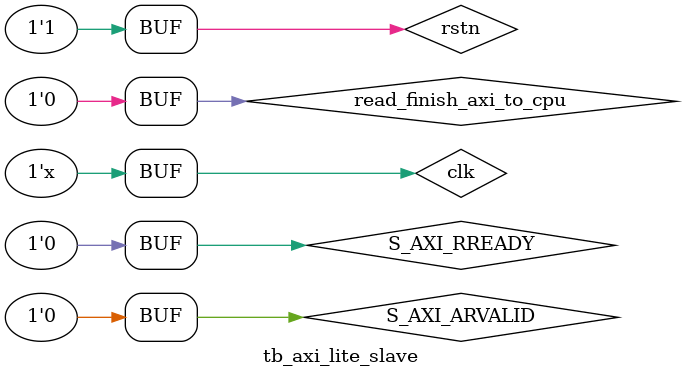
<source format=v>
`timescale 1ns / 1ps


module tb_axi_lite_slave(

    );


reg clk;
reg rstn;
reg S_AXI_ARVALID;
 reg S_AXI_RREADY;
 reg read_finish_axi_to_cpu=0;

always #5 clk = ~clk;

initial begin
S_AXI_ARVALID = 0;


    clk = 0;
    rstn = 0;
    #500;
    rstn = 1;
    #995.5;
    
    S_AXI_ARVALID = 1;#20;S_AXI_ARVALID=0;
    //#20;
    
    #20;
    S_AXI_ARVALID = 1;#20;S_AXI_ARVALID=0;
    #200;

end

initial begin
read_finish_axi_to_cpu = 0;
#1516;

    read_finish_axi_to_cpu =1;
    #10;
    read_finish_axi_to_cpu = 0;
    
    #30;
    
    read_finish_axi_to_cpu =1;
    #10;
    read_finish_axi_to_cpu = 0;
    
end

initial begin
S_AXI_RREADY = 0;
#1535.5;
S_AXI_RREADY = 1;
#10;
S_AXI_RREADY = 0;


end


    
axi_lite_slave 
    axi_lite_slave_u
(
.S_AXI_ACLK             (clk),
.S_AXI_ARESETN          (rstn),
.S_AXI_AWREADY          ( ),
.S_AXI_AWADDR           ( ),
.S_AXI_AWVALID          ( ),
.S_AXI_AWPROT           ( ),
.S_AXI_WREADY           ( ),
.S_AXI_WDATA            ( ),
.S_AXI_WSTRB            ( ),
.S_AXI_WVALID           ( ),
.S_AXI_BRESP            ( ),
.S_AXI_BVALID           ( ),
.S_AXI_BREADY           ( ),

.S_AXI_ARREADY          (),
.S_AXI_ARADDR           (0),
.S_AXI_ARVALID          (S_AXI_ARVALID),
.S_AXI_ARPROT           (),
.S_AXI_RRESP            (),
.S_AXI_RVALID           (),
.S_AXI_RDATA            (),
.S_AXI_RREADY           (S_AXI_RREADY),
.write_req_cpu_to_axi  (),
.write_addr_cpu_to_axi (),
.write_data_cpu_to_axi (),
.read_req_cpu_to_axi   (),
.read_addr_cpu_to_axi  (),
.read_data_axi_to_cpu  (),
.read_finish_axi_to_cpu(read_finish_axi_to_cpu)   
      
);
  
    
    
endmodule

</source>
